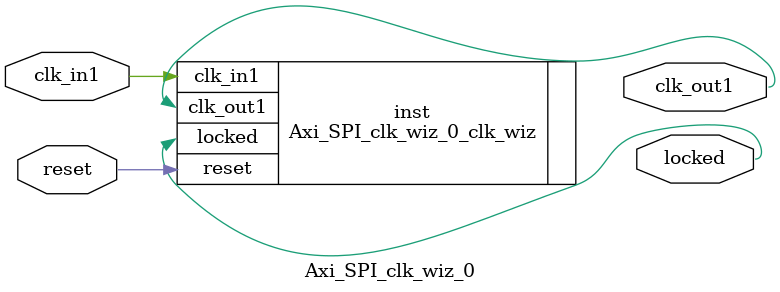
<source format=v>


`timescale 1ps/1ps

(* CORE_GENERATION_INFO = "Axi_SPI_clk_wiz_0,clk_wiz_v6_0_13_0_0,{component_name=Axi_SPI_clk_wiz_0,use_phase_alignment=true,use_min_o_jitter=false,use_max_i_jitter=false,use_dyn_phase_shift=false,use_inclk_switchover=false,use_dyn_reconfig=false,enable_axi=0,feedback_source=FDBK_AUTO,PRIMITIVE=MMCM,num_out_clk=1,clkin1_period=10.000,clkin2_period=10.000,use_power_down=false,use_reset=true,use_locked=true,use_inclk_stopped=false,feedback_type=SINGLE,CLOCK_MGR_TYPE=NA,manual_override=false}" *)

module Axi_SPI_clk_wiz_0 
 (
  // Clock out ports
  output        clk_out1,
  // Status and control signals
  input         reset,
  output        locked,
 // Clock in ports
  input         clk_in1
 );

  Axi_SPI_clk_wiz_0_clk_wiz inst
  (
  // Clock out ports  
  .clk_out1(clk_out1),
  // Status and control signals               
  .reset(reset), 
  .locked(locked),
 // Clock in ports
  .clk_in1(clk_in1)
  );

endmodule

</source>
